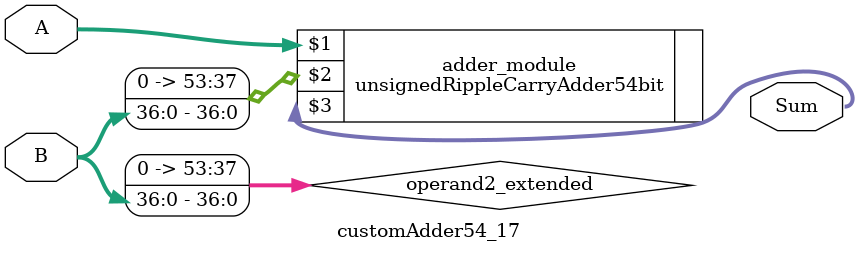
<source format=v>
module customAdder54_17(
                        input [53 : 0] A,
                        input [36 : 0] B,
                        
                        output [54 : 0] Sum
                );

        wire [53 : 0] operand2_extended;
        
        assign operand2_extended =  {17'b0, B};
        
        unsignedRippleCarryAdder54bit adder_module(
            A,
            operand2_extended,
            Sum
        );
        
        endmodule
        
</source>
